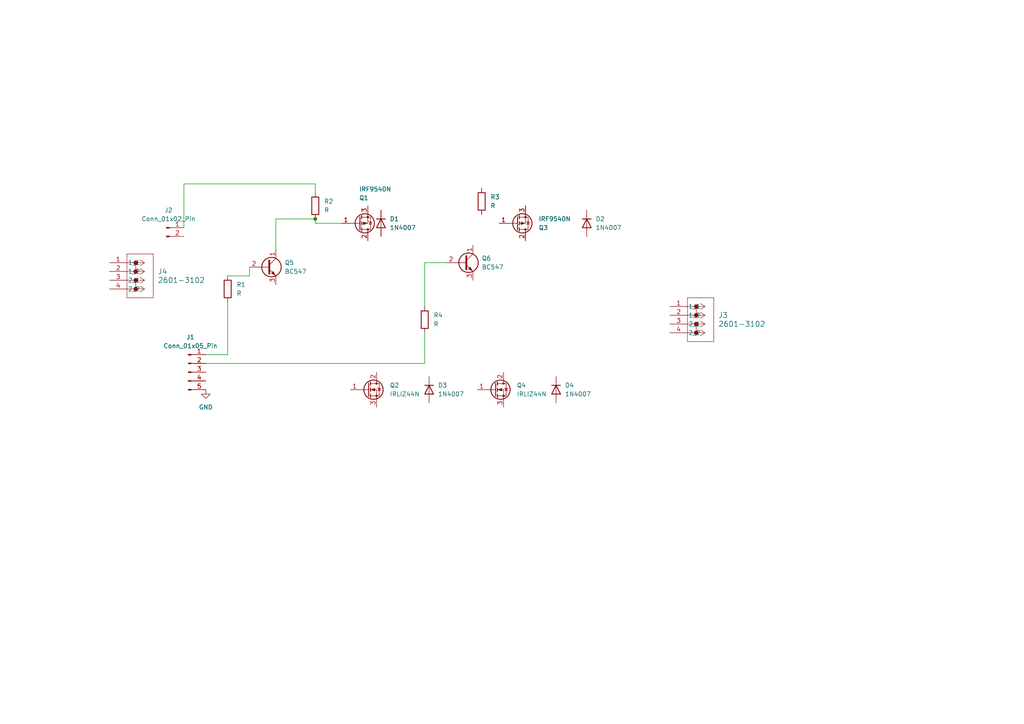
<source format=kicad_sch>
(kicad_sch (version 20250114) (generator "eeschema") (generator_version "9.0")
  (paper "A4")
  (lib_symbols
    (symbol "Connector:Conn_01x02_Pin" (pin_names (offset 1.016) (hide yes))
      (property "Reference" "J" (at 0 2.54 0))
      (property "Value" "Conn_01x02_Pin" (at 0 -5.08 0))
      (symbol "Conn_01x02_Pin_1_1"
        (rectangle (start 0.8636 0.127) (end 0 -0.127) (stroke (width 0.1524)) (fill (type outline)))
        (rectangle (start 0.8636 -2.413) (end 0 -2.667) (stroke (width 0.1524)) (fill (type outline)))
        (polyline (pts (xy 1.27 0) (xy 0.8636 0)) (stroke (width 0.1524)))
        (polyline (pts (xy 1.27 -2.54) (xy 0.8636 -2.54)) (stroke (width 0.1524)))
        (pin passive line (at 5.08 0 180) (length 3.81) (name "Pin_1") (number "1"))
        (pin passive line (at 5.08 -2.54 180) (length 3.81) (name "Pin_2") (number "2"))
      )
    )
    (symbol "Connector:Conn_01x05_Pin" (pin_names (offset 1.016) (hide yes))
      (property "Reference" "J" (at 0 7.62 0))
      (property "Value" "Conn_01x05_Pin" (at 0 -7.62 0))
      (symbol "Conn_01x05_Pin_1_1"
        (rectangle (start 0.8636 5.207) (end 0 4.953) (stroke (width 0.1524)) (fill (type outline)))
        (rectangle (start 0.8636 2.667) (end 0 2.413) (stroke (width 0.1524)) (fill (type outline)))
        (rectangle (start 0.8636 0.127) (end 0 -0.127) (stroke (width 0.1524)) (fill (type outline)))
        (rectangle (start 0.8636 -2.413) (end 0 -2.667) (stroke (width 0.1524)) (fill (type outline)))
        (rectangle (start 0.8636 -4.953) (end 0 -5.207) (stroke (width 0.1524)) (fill (type outline)))
        (polyline (pts (xy 1.27 5.08) (xy 0.8636 5.08)) (stroke (width 0.1524)))
        (polyline (pts (xy 1.27 2.54) (xy 0.8636 2.54)) (stroke (width 0.1524)))
        (polyline (pts (xy 1.27 0) (xy 0.8636 0)) (stroke (width 0.1524)))
        (polyline (pts (xy 1.27 -2.54) (xy 0.8636 -2.54)) (stroke (width 0.1524)))
        (polyline (pts (xy 1.27 -5.08) (xy 0.8636 -5.08)) (stroke (width 0.1524)))
        (pin passive line (at 5.08 5.08 180) (length 3.81) (name "Pin_1") (number "1"))
        (pin passive line (at 5.08 2.54 180) (length 3.81) (name "Pin_2") (number "2"))
        (pin passive line (at 5.08 0 180) (length 3.81) (name "Pin_3") (number "3"))
        (pin passive line (at 5.08 -2.54 180) (length 3.81) (name "Pin_4") (number "4"))
        (pin passive line (at 5.08 -5.08 180) (length 3.81) (name "Pin_5") (number "5"))
      )
    )
    (symbol "Device:R" (pin_numbers (hide yes)) (pin_names (offset 0))
      (property "Reference" "R" (at 2.032 0 90))
      (property "Value" "R" (at 0 0 90))
      (symbol "R_0_1"
        (rectangle (start -1.016 -2.54) (end 1.016 2.54) (stroke (width 0.254)))
      )
      (symbol "R_1_1"
        (pin passive line (at 0 3.81 270) (length 1.27) (name "~") (number "1"))
        (pin passive line (at 0 -3.81 90) (length 1.27) (name "~") (number "2"))
      )
    )
    (symbol "Diode:1N4007" (pin_numbers (hide yes)) (pin_names (hide yes))
      (property "Reference" "D" (at 0 2.54 0))
      (property "Value" "1N4007" (at 0 -2.54 0))
      (symbol "1N4007_0_1"
        (polyline (pts (xy -1.27 1.27) (xy -1.27 -1.27)) (stroke (width 0.254)))
        (polyline (pts (xy 1.27 1.27) (xy 1.27 -1.27) (xy -1.27 0) (xy 1.27 1.27)) (stroke (width 0.254)))
        (polyline (pts (xy 1.27 0) (xy -1.27 0)))
      )
      (symbol "1N4007_1_1"
        (pin passive line (at -3.81 0 0) (length 2.54) (name "K") (number "1"))
        (pin passive line (at 3.81 0 180) (length 2.54) (name "A") (number "2"))
      )
    )
    (symbol "Transistor_BJT:BC547" (pin_names (offset 0) (hide yes))
      (property "Reference" "Q" (at 5.08 1.905 0))
      (property "Value" "BC547" (at 5.08 0 0))
      (symbol "BC547_0_1"
        (polyline (pts (xy -2.54 0) (xy 0.635 0)))
        (polyline (pts (xy 0.635 1.905) (xy 0.635 -1.905)) (stroke (width 0.508)))
        (circle (center 1.27 0) (radius 2.8194) (stroke (width 0.254)))
      )
      (symbol "BC547_1_1"
        (polyline (pts (xy 0.635 0.635) (xy 2.54 2.54)))
        (polyline (pts (xy 0.635 -0.635) (xy 2.54 -2.54)))
        (polyline (pts (xy 1.27 -1.778) (xy 1.778 -1.27) (xy 2.286 -2.286) (xy 1.27 -1.778)) (fill (type outline)))
        (pin input line (at -5.08 0 0) (length 2.54) (name "B") (number "2"))
        (pin passive line (at 2.54 5.08 270) (length 2.54) (name "C") (number "1"))
        (pin passive line (at 2.54 -5.08 90) (length 2.54) (name "E") (number "3"))
      )
    )
    (symbol "Transistor_FET:IRF9540N" (pin_names (hide yes))
      (property "Reference" "Q" (at 5.08 1.905 0))
      (property "Value" "IRF9540N" (at 5.08 0 0))
      (symbol "IRF9540N_0_1"
        (polyline (pts (xy 0.254 1.905) (xy 0.254 -1.905)) (stroke (width 0.254)))
        (polyline (pts (xy 0.254 0) (xy -2.54 0)))
        (polyline (pts (xy 0.762 2.286) (xy 0.762 1.27)) (stroke (width 0.254)))
        (polyline (pts (xy 0.762 1.778) (xy 3.302 1.778) (xy 3.302 -1.778) (xy 0.762 -1.778)))
        (polyline (pts (xy 0.762 0.508) (xy 0.762 -0.508)) (stroke (width 0.254)))
        (polyline (pts (xy 0.762 -1.27) (xy 0.762 -2.286)) (stroke (width 0.254)))
        (circle (center 1.651 0) (radius 2.794) (stroke (width 0.254)))
        (polyline (pts (xy 2.286 0) (xy 1.27 0.381) (xy 1.27 -0.381) (xy 2.286 0)) (fill (type outline)))
        (polyline (pts (xy 2.54 2.54) (xy 2.54 1.778)))
        (circle (center 2.54 1.778) (radius 0.254) (fill (type outline)))
        (circle (center 2.54 -1.778) (radius 0.254) (fill (type outline)))
        (polyline (pts (xy 2.54 -2.54) (xy 2.54 0) (xy 0.762 0)))
        (polyline (pts (xy 2.794 -0.508) (xy 2.921 -0.381) (xy 3.683 -0.381) (xy 3.81 -0.254)))
        (polyline (pts (xy 3.302 -0.381) (xy 2.921 0.254) (xy 3.683 0.254) (xy 3.302 -0.381)))
      )
      (symbol "IRF9540N_1_1"
        (pin input line (at -5.08 0 0) (length 2.54) (name "G") (number "1"))
        (pin passive line (at 2.54 5.08 270) (length 2.54) (name "D") (number "2"))
        (pin passive line (at 2.54 -5.08 90) (length 2.54) (name "S") (number "3"))
      )
    )
    (symbol "Transistor_FET:IRLIZ44N" (pin_names (hide yes))
      (property "Reference" "Q" (at 5.08 1.905 0))
      (property "Value" "IRLIZ44N" (at 5.08 0 0))
      (symbol "IRLIZ44N_0_1"
        (polyline (pts (xy 0.254 1.905) (xy 0.254 -1.905)) (stroke (width 0.254)))
        (polyline (pts (xy 0.254 0) (xy -2.54 0)))
        (polyline (pts (xy 0.762 2.286) (xy 0.762 1.27)) (stroke (width 0.254)))
        (polyline (pts (xy 0.762 0.508) (xy 0.762 -0.508)) (stroke (width 0.254)))
        (polyline (pts (xy 0.762 -1.27) (xy 0.762 -2.286)) (stroke (width 0.254)))
        (polyline (pts (xy 0.762 -1.778) (xy 3.302 -1.778) (xy 3.302 1.778) (xy 0.762 1.778)))
        (polyline (pts (xy 1.016 0) (xy 2.032 0.381) (xy 2.032 -0.381) (xy 1.016 0)) (fill (type outline)))
        (circle (center 1.651 0) (radius 2.794) (stroke (width 0.254)))
        (polyline (pts (xy 2.54 2.54) (xy 2.54 1.778)))
        (circle (center 2.54 1.778) (radius 0.254) (fill (type outline)))
        (circle (center 2.54 -1.778) (radius 0.254) (fill (type outline)))
        (polyline (pts (xy 2.54 -2.54) (xy 2.54 0) (xy 0.762 0)))
        (polyline (pts (xy 2.794 0.508) (xy 2.921 0.381) (xy 3.683 0.381) (xy 3.81 0.254)))
        (polyline (pts (xy 3.302 0.381) (xy 2.921 -0.254) (xy 3.683 -0.254) (xy 3.302 0.381)))
      )
      (symbol "IRLIZ44N_1_1"
        (pin input line (at -5.08 0 0) (length 2.54) (name "G") (number "1"))
        (pin passive line (at 2.54 5.08 270) (length 2.54) (name "D") (number "2"))
        (pin passive line (at 2.54 -5.08 90) (length 2.54) (name "S") (number "3"))
      )
    )
    (symbol "Wago 2601-3102:2601-3102" (pin_names (offset 0.254))
      (property "Reference" "J" (at 8.89 6.35 0))
      (property "Value" "2601-3102" (at 0 0 0))
      (symbol "2601-3102_1_1"
        (polyline (pts (xy 5.08 2.54) (xy 5.08 -10.16)) (stroke (width 0.127)))
        (polyline (pts (xy 5.08 -10.16) (xy 12.7 -10.16)) (stroke (width 0.127)))
        (polyline (pts (xy 7.62 0) (xy 7.62 -2.54)) (stroke (width 0.127)))
        (circle (center 7.62 0) (radius 0.127) (stroke (width 0.508)))
        (circle (center 7.62 -2.54) (radius 0.127) (stroke (width 0.508)))
        (polyline (pts (xy 7.62 -5.08) (xy 7.62 -7.62)) (stroke (width 0.127)))
        (circle (center 7.62 -5.08) (radius 0.127) (stroke (width 0.508)))
        (circle (center 7.62 -7.62) (radius 0.127) (stroke (width 0.508)))
        (polyline (pts (xy 10.16 0) (xy 5.08 0)) (stroke (width 0.127)))
        (polyline (pts (xy 10.16 0) (xy 8.89 0.8467)) (stroke (width 0.127)))
        (polyline (pts (xy 10.16 0) (xy 8.89 -0.8467)) (stroke (width 0.127)))
        (polyline (pts (xy 10.16 -2.54) (xy 5.08 -2.54)) (stroke (width 0.127)))
        (polyline (pts (xy 10.16 -2.54) (xy 8.89 -1.6933)) (stroke (width 0.127)))
        (polyline (pts (xy 10.16 -2.54) (xy 8.89 -3.3867)) (stroke (width 0.127)))
        (polyline (pts (xy 10.16 -5.08) (xy 5.08 -5.08)) (stroke (width 0.127)))
        (polyline (pts (xy 10.16 -5.08) (xy 8.89 -4.2333)) (stroke (width 0.127)))
        (polyline (pts (xy 10.16 -5.08) (xy 8.89 -5.9267)) (stroke (width 0.127)))
        (polyline (pts (xy 10.16 -7.62) (xy 5.08 -7.62)) (stroke (width 0.127)))
        (polyline (pts (xy 10.16 -7.62) (xy 8.89 -6.7733)) (stroke (width 0.127)))
        (polyline (pts (xy 10.16 -7.62) (xy 8.89 -8.4667)) (stroke (width 0.127)))
        (polyline (pts (xy 12.7 2.54) (xy 5.08 2.54)) (stroke (width 0.127)))
        (polyline (pts (xy 12.7 -10.16) (xy 12.7 2.54)) (stroke (width 0.127)))
        (pin unspecified line (at 0 0 0) (length 5.08) (name "1_1") (number "1"))
        (pin unspecified line (at 0 -2.54 0) (length 5.08) (name "1_2") (number "2"))
        (pin unspecified line (at 0 -5.08 0) (length 5.08) (name "2_1") (number "3"))
        (pin unspecified line (at 0 -7.62 0) (length 5.08) (name "2_2") (number "4"))
      )
      (symbol "2601-3102_1_2"
        (polyline (pts (xy 5.08 2.54) (xy 5.08 -10.16)) (stroke (width 0.127)))
        (polyline (pts (xy 5.08 -10.16) (xy 12.7 -10.16)) (stroke (width 0.127)))
        (polyline (pts (xy 7.62 0) (xy 7.62 -2.54)) (stroke (width 0.127)))
        (circle (center 7.62 0) (radius 0.127) (stroke (width 0.508)))
        (circle (center 7.62 -2.54) (radius 0.127) (stroke (width 0.508)))
        (polyline (pts (xy 7.62 -5.08) (xy 7.62 -7.62)) (stroke (width 0.127)))
        (circle (center 7.62 -5.08) (radius 0.127) (stroke (width 0.508)))
        (circle (center 7.62 -7.62) (radius 0.127) (stroke (width 0.508)))
        (polyline (pts (xy 10.16 0) (xy 5.08 0)) (stroke (width 0.127)))
        (polyline (pts (xy 10.16 0) (xy 8.89 0.8467)) (stroke (width 0.127)))
        (polyline (pts (xy 10.16 0) (xy 8.89 -0.8467)) (stroke (width 0.127)))
        (polyline (pts (xy 10.16 -2.54) (xy 5.08 -2.54)) (stroke (width 0.127)))
        (polyline (pts (xy 10.16 -2.54) (xy 8.89 -1.6933)) (stroke (width 0.127)))
        (polyline (pts (xy 10.16 -2.54) (xy 8.89 -3.3867)) (stroke (width 0.127)))
        (polyline (pts (xy 10.16 -5.08) (xy 5.08 -5.08)) (stroke (width 0.127)))
        (polyline (pts (xy 10.16 -5.08) (xy 8.89 -4.2333)) (stroke (width 0.127)))
        (polyline (pts (xy 10.16 -5.08) (xy 8.89 -5.9267)) (stroke (width 0.127)))
        (polyline (pts (xy 10.16 -7.62) (xy 5.08 -7.62)) (stroke (width 0.127)))
        (polyline (pts (xy 10.16 -7.62) (xy 8.89 -6.7733)) (stroke (width 0.127)))
        (polyline (pts (xy 10.16 -7.62) (xy 8.89 -8.4667)) (stroke (width 0.127)))
        (polyline (pts (xy 12.7 2.54) (xy 5.08 2.54)) (stroke (width 0.127)))
        (polyline (pts (xy 12.7 -10.16) (xy 12.7 2.54)) (stroke (width 0.127)))
        (pin unspecified line (at 0 0 0) (length 5.08) (name "1_1") (number "1"))
        (pin unspecified line (at 0 -2.54 0) (length 5.08) (name "1_2") (number "2"))
        (pin unspecified line (at 0 -5.08 0) (length 5.08) (name "2_1") (number "3"))
        (pin unspecified line (at 0 -7.62 0) (length 5.08) (name "2_2") (number "4"))
      )
    )
    (symbol "power:GND" (power) (pin_numbers (hide yes)) (pin_names (offset 0) (hide yes))
      (property "Value" "GND" (at 0 -3.81 0))
      (symbol "GND_0_1"
        (polyline (pts (xy 0 0) (xy 0 -1.27) (xy 1.27 -1.27) (xy 0 -2.54) (xy -1.27 -1.27) (xy 0 -1.27)))
      )
      (symbol "GND_1_1"
        (pin power_in line (at 0 0 270) (length 0) (name "~") (number "1"))
      )
    )
  )
  (junction (at 91.44 63.5))
  (wire (pts (xy 123.19 88.9) (xy 123.19 76.2)))
  (wire (pts (xy 53.34 53.34) (xy 53.34 66.04)))
  (wire (pts (xy 80.01 63.5) (xy 80.01 72.39)))
  (wire (pts (xy 99.06 64.77) (xy 91.44 64.77)))
  (wire (pts (xy 123.19 105.41) (xy 123.19 96.52)))
  (wire (pts (xy 91.44 63.5) (xy 80.01 63.5)))
  (wire (pts (xy 66.04 80.01) (xy 72.39 80.01)))
  (wire (pts (xy 59.69 102.87) (xy 66.04 102.87)))
  (wire (pts (xy 66.04 102.87) (xy 66.04 87.63)))
  (wire (pts (xy 91.44 53.34) (xy 91.44 55.88)))
  (wire (pts (xy 91.44 63.5) (xy 91.44 64.77)))
  (wire (pts (xy 72.39 80.01) (xy 72.39 77.47)))
  (wire (pts (xy 123.19 76.2) (xy 129.54 76.2)))
  (wire (pts (xy 59.69 105.41) (xy 123.19 105.41)))
  (wire (pts (xy 53.34 53.34) (xy 91.44 53.34)))
  (symbol (lib_id "Diode:1N4007") (at 170.18 64.77 270) (unit 1)
    (property "Reference" "D2" (at 172.72 63.4999 90) (effects (justify left)))
    (property "Value" "1N4007" (at 172.72 66.0399 90) (effects (justify left)))
    (property "Footprint" "Diode_THT:D_DO-41_SOD81_P10.16mm_Horizontal" (effects (hide yes)))
    (property "Datasheet" "http://www.vishay.com/docs/88503/1n4001.pdf" (effects (hide yes)))
    (property "Description" "1000V 1A General Purpose Rectifier Diode, DO-41" (effects (hide yes)))
    (property "Sim.Device" "D" (effects (hide yes)))
    (property "Sim.Pins" "1=K 2=A" (effects (hide yes)))
  )
  (symbol (lib_id "Transistor_FET:IRF9540N") (at 149.86 64.77 0) (mirror x) (unit 1)
    (property "Reference" "Q3" (at 156.21 66.0401 0) (effects (justify left)))
    (property "Value" "IRF9540N" (at 156.21 63.5001 0) (effects (justify left)))
    (property "Footprint" "Package_TO_SOT_THT:TO-220-3_Vertical" (effects (hide yes)))
    (property "Datasheet" "http://www.irf.com/product-info/datasheets/data/irf9540n.pdf" (effects (hide yes)))
    (property "Description" "-23A Id, -100V Vds, 117mOhm Rds, P-Channel HEXFET Power MOSFET, TO-220" (effects (hide yes)))
  )
  (symbol (lib_id "Transistor_FET:IRLIZ44N") (at 143.51 113.03 0) (unit 1)
    (property "Reference" "Q4" (at 149.86 111.7599 0) (effects (justify left)))
    (property "Value" "IRLIZ44N" (at 149.86 114.2999 0) (effects (justify left)))
    (property "Footprint" "Package_TO_SOT_THT:TO-220F-3_Vertical" (effects (hide yes)))
    (property "Datasheet" "http://www.irf.com/product-info/datasheets/data/irliz44n.pdf" (effects (hide yes)))
    (property "Description" "30A Id, 55V Vds, 22mOhm Rds, N-Channel HEXFET Power MOSFET, TO-220AB" (effects (hide yes)))
  )
  (symbol (lib_id "power:GND") (at 59.69 113.03 0) (unit 1)
    (property "Reference" "#PWR01" (effects (hide yes)))
    (property "Value" "GND" (at 59.69 118.11 0))
    (property "Description" "Power symbol creates a global label with name \"GND\" , ground" (effects (hide yes)))
  )
  (symbol (lib_id "Connector:Conn_01x02_Pin") (at 48.26 66.04 0) (unit 1)
    (property "Reference" "J2" (at 48.895 60.96 0))
    (property "Value" "Conn_01x02_Pin" (at 48.895 63.5 0))
    (property "Description" "Generic connector, single row, 01x02, script generated" (effects (hide yes)))
  )
  (symbol (lib_id "Transistor_BJT:BC547") (at 77.47 77.47 0) (unit 1)
    (property "Reference" "Q5" (at 82.55 76.1999 0) (effects (justify left)))
    (property "Value" "BC547" (at 82.55 78.7399 0) (effects (justify left)))
    (property "Footprint" "Package_TO_SOT_THT:TO-92_Inline" (effects (hide yes)))
    (property "Datasheet" "https://www.onsemi.com/pub/Collateral/BC550-D.pdf" (effects (hide yes)))
    (property "Description" "0.1A Ic, 45V Vce, Small Signal NPN Transistor, TO-92" (effects (hide yes)))
  )
  (symbol (lib_id "Diode:1N4007") (at 161.29 113.03 270) (unit 1)
    (property "Reference" "D4" (at 163.83 111.7599 90) (effects (justify left)))
    (property "Value" "1N4007" (at 163.83 114.2999 90) (effects (justify left)))
    (property "Footprint" "Diode_THT:D_DO-41_SOD81_P10.16mm_Horizontal" (effects (hide yes)))
    (property "Datasheet" "http://www.vishay.com/docs/88503/1n4001.pdf" (effects (hide yes)))
    (property "Description" "1000V 1A General Purpose Rectifier Diode, DO-41" (effects (hide yes)))
    (property "Sim.Device" "D" (effects (hide yes)))
    (property "Sim.Pins" "1=K 2=A" (effects (hide yes)))
  )
  (symbol (lib_id "Connector:Conn_01x05_Pin") (at 54.61 107.95 0) (unit 1)
    (property "Reference" "J1" (at 55.245 97.79 0))
    (property "Value" "Conn_01x05_Pin" (at 55.245 100.33 0))
    (property "Description" "Generic connector, single row, 01x05, script generated" (effects (hide yes)))
  )
  (symbol (lib_id "Transistor_BJT:BC547") (at 134.62 76.2 0) (unit 1)
    (property "Reference" "Q6" (at 139.7 74.9299 0) (effects (justify left)))
    (property "Value" "BC547" (at 139.7 77.4699 0) (effects (justify left)))
    (property "Footprint" "Package_TO_SOT_THT:TO-92_Inline" (effects (hide yes)))
    (property "Datasheet" "https://www.onsemi.com/pub/Collateral/BC550-D.pdf" (effects (hide yes)))
    (property "Description" "0.1A Ic, 45V Vce, Small Signal NPN Transistor, TO-92" (effects (hide yes)))
  )
  (symbol (lib_id "Transistor_FET:IRLIZ44N") (at 106.68 113.03 0) (unit 1)
    (property "Reference" "Q2" (at 113.03 111.7599 0) (effects (justify left)))
    (property "Value" "IRLIZ44N" (at 113.03 114.2999 0) (effects (justify left)))
    (property "Footprint" "Package_TO_SOT_THT:TO-220F-3_Vertical" (effects (hide yes)))
    (property "Datasheet" "http://www.irf.com/product-info/datasheets/data/irliz44n.pdf" (effects (hide yes)))
    (property "Description" "30A Id, 55V Vds, 22mOhm Rds, N-Channel HEXFET Power MOSFET, TO-220AB" (effects (hide yes)))
  )
  (symbol (lib_id "Diode:1N4007") (at 124.46 113.03 270) (unit 1)
    (property "Reference" "D3" (at 127 111.7599 90) (effects (justify left)))
    (property "Value" "1N4007" (at 127 114.2999 90) (effects (justify left)))
    (property "Footprint" "Diode_THT:D_DO-41_SOD81_P10.16mm_Horizontal" (effects (hide yes)))
    (property "Datasheet" "http://www.vishay.com/docs/88503/1n4001.pdf" (effects (hide yes)))
    (property "Description" "1000V 1A General Purpose Rectifier Diode, DO-41" (effects (hide yes)))
    (property "Sim.Device" "D" (effects (hide yes)))
    (property "Sim.Pins" "1=K 2=A" (effects (hide yes)))
  )
  (symbol (lib_id "Wago 2601-3102:2601-3102") (at 194.31 88.9 0) (unit 1)
    (property "Reference" "J3" (at 208.28 91.4399 0) (effects (font (size 1.524 1.524)) (justify left)))
    (property "Value" "2601-3102" (at 208.28 93.9799 0) (effects (font (size 1.524 1.524)) (justify left)))
    (property "Footprint" "CONN2_2601-3102_WAG" (effects (hide yes)))
    (property "Datasheet" "2601-3102" (effects (hide yes)))
  )
  (symbol (lib_id "Device:R") (at 123.19 92.71 0) (unit 1)
    (property "Reference" "R4" (at 125.73 91.4399 0) (effects (justify left)))
    (property "Value" "R" (at 125.73 93.9799 0) (effects (justify left)))
    (property "Description" "Resistor" (effects (hide yes)))
  )
  (symbol (lib_id "Device:R") (at 66.04 83.82 0) (unit 1)
    (property "Reference" "R1" (at 68.58 82.5499 0) (effects (justify left)))
    (property "Value" "R" (at 68.58 85.0899 0) (effects (justify left)))
    (property "Description" "Resistor" (effects (hide yes)))
  )
  (symbol (lib_id "Device:R") (at 91.44 59.69 0) (unit 1)
    (property "Reference" "R2" (at 93.98 58.4199 0) (effects (justify left)))
    (property "Value" "R" (at 93.98 60.9599 0) (effects (justify left)))
    (property "Description" "Resistor" (effects (hide yes)))
  )
  (symbol (lib_id "Transistor_FET:IRF9540N") (at 104.14 64.77 0) (mirror x) (unit 1)
    (property "Reference" "Q1" (at 104.14 57.404 0) (effects (justify left)))
    (property "Value" "IRF9540N" (at 104.14 54.864 0) (effects (justify left)))
    (property "Footprint" "Package_TO_SOT_THT:TO-220-3_Vertical" (effects (hide yes)))
    (property "Datasheet" "http://www.irf.com/product-info/datasheets/data/irf9540n.pdf" (effects (hide yes)))
    (property "Description" "-23A Id, -100V Vds, 117mOhm Rds, P-Channel HEXFET Power MOSFET, TO-220" (effects (hide yes)))
  )
  (symbol (lib_id "Diode:1N4007") (at 110.49 64.77 270) (unit 1)
    (property "Reference" "D1" (at 113.03 63.4999 90) (effects (justify left)))
    (property "Value" "1N4007" (at 113.03 66.0399 90) (effects (justify left)))
    (property "Footprint" "Diode_THT:D_DO-41_SOD81_P10.16mm_Horizontal" (effects (hide yes)))
    (property "Datasheet" "http://www.vishay.com/docs/88503/1n4001.pdf" (effects (hide yes)))
    (property "Description" "1000V 1A General Purpose Rectifier Diode, DO-41" (effects (hide yes)))
    (property "Sim.Device" "D" (effects (hide yes)))
    (property "Sim.Pins" "1=K 2=A" (effects (hide yes)))
  )
  (symbol (lib_id "Wago 2601-3102:2601-3102") (at 31.75 76.2 0) (unit 1)
    (property "Reference" "J4" (at 45.72 78.7399 0) (effects (font (size 1.524 1.524)) (justify left)))
    (property "Value" "2601-3102" (at 45.72 81.2799 0) (effects (font (size 1.524 1.524)) (justify left)))
    (property "Footprint" "CONN2_2601-3102_WAG" (effects (hide yes)))
    (property "Datasheet" "2601-3102" (effects (hide yes)))
  )
  (symbol (lib_id "Device:R") (at 139.7 58.42 0) (unit 1)
    (property "Reference" "R3" (at 142.24 57.1499 0) (effects (justify left)))
    (property "Value" "R" (at 142.24 59.6899 0) (effects (justify left)))
    (property "Description" "Resistor" (effects (hide yes)))
  )
)
</source>
